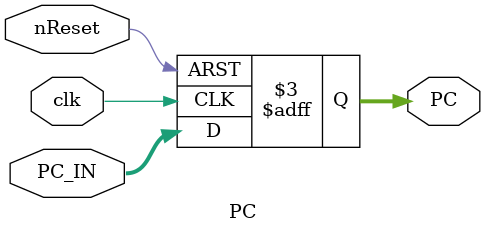
<source format=sv>

module PC #(
    parameter integer Psize = 8  // Parameter for the bit-width of the PC
) (
    input logic clk,
    input logic nReset,
    input logic [Psize-1:0] PC_IN,
    output logic [Psize-1:0] PC
);
    always_ff @(posedge clk or negedge nReset) begin
        if (!nReset)
            PC <= '0;
        else
            PC <= PC_IN;
    end

endmodule
</source>
